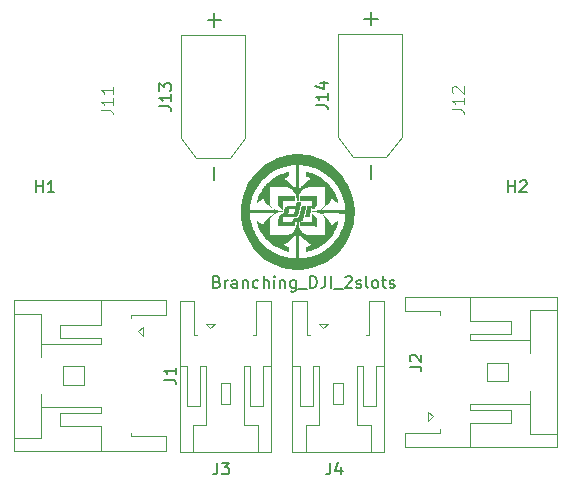
<source format=gbr>
%TF.GenerationSoftware,KiCad,Pcbnew,8.0.2*%
%TF.CreationDate,2024-06-04T11:42:55+09:00*%
%TF.ProjectId,RoboMaster branch circuit substrate,526f626f-4d61-4737-9465-72206272616e,rev?*%
%TF.SameCoordinates,Original*%
%TF.FileFunction,Legend,Top*%
%TF.FilePolarity,Positive*%
%FSLAX46Y46*%
G04 Gerber Fmt 4.6, Leading zero omitted, Abs format (unit mm)*
G04 Created by KiCad (PCBNEW 8.0.2) date 2024-06-04 11:42:55*
%MOMM*%
%LPD*%
G01*
G04 APERTURE LIST*
%ADD10C,0.150000*%
%ADD11C,0.100000*%
%ADD12C,0.120000*%
%ADD13C,0.000000*%
G04 APERTURE END LIST*
D10*
X95170112Y-73846009D02*
X95312969Y-73893628D01*
X95312969Y-73893628D02*
X95360588Y-73941247D01*
X95360588Y-73941247D02*
X95408207Y-74036485D01*
X95408207Y-74036485D02*
X95408207Y-74179342D01*
X95408207Y-74179342D02*
X95360588Y-74274580D01*
X95360588Y-74274580D02*
X95312969Y-74322200D01*
X95312969Y-74322200D02*
X95217731Y-74369819D01*
X95217731Y-74369819D02*
X94836779Y-74369819D01*
X94836779Y-74369819D02*
X94836779Y-73369819D01*
X94836779Y-73369819D02*
X95170112Y-73369819D01*
X95170112Y-73369819D02*
X95265350Y-73417438D01*
X95265350Y-73417438D02*
X95312969Y-73465057D01*
X95312969Y-73465057D02*
X95360588Y-73560295D01*
X95360588Y-73560295D02*
X95360588Y-73655533D01*
X95360588Y-73655533D02*
X95312969Y-73750771D01*
X95312969Y-73750771D02*
X95265350Y-73798390D01*
X95265350Y-73798390D02*
X95170112Y-73846009D01*
X95170112Y-73846009D02*
X94836779Y-73846009D01*
X95836779Y-74369819D02*
X95836779Y-73703152D01*
X95836779Y-73893628D02*
X95884398Y-73798390D01*
X95884398Y-73798390D02*
X95932017Y-73750771D01*
X95932017Y-73750771D02*
X96027255Y-73703152D01*
X96027255Y-73703152D02*
X96122493Y-73703152D01*
X96884398Y-74369819D02*
X96884398Y-73846009D01*
X96884398Y-73846009D02*
X96836779Y-73750771D01*
X96836779Y-73750771D02*
X96741541Y-73703152D01*
X96741541Y-73703152D02*
X96551065Y-73703152D01*
X96551065Y-73703152D02*
X96455827Y-73750771D01*
X96884398Y-74322200D02*
X96789160Y-74369819D01*
X96789160Y-74369819D02*
X96551065Y-74369819D01*
X96551065Y-74369819D02*
X96455827Y-74322200D01*
X96455827Y-74322200D02*
X96408208Y-74226961D01*
X96408208Y-74226961D02*
X96408208Y-74131723D01*
X96408208Y-74131723D02*
X96455827Y-74036485D01*
X96455827Y-74036485D02*
X96551065Y-73988866D01*
X96551065Y-73988866D02*
X96789160Y-73988866D01*
X96789160Y-73988866D02*
X96884398Y-73941247D01*
X97360589Y-73703152D02*
X97360589Y-74369819D01*
X97360589Y-73798390D02*
X97408208Y-73750771D01*
X97408208Y-73750771D02*
X97503446Y-73703152D01*
X97503446Y-73703152D02*
X97646303Y-73703152D01*
X97646303Y-73703152D02*
X97741541Y-73750771D01*
X97741541Y-73750771D02*
X97789160Y-73846009D01*
X97789160Y-73846009D02*
X97789160Y-74369819D01*
X98693922Y-74322200D02*
X98598684Y-74369819D01*
X98598684Y-74369819D02*
X98408208Y-74369819D01*
X98408208Y-74369819D02*
X98312970Y-74322200D01*
X98312970Y-74322200D02*
X98265351Y-74274580D01*
X98265351Y-74274580D02*
X98217732Y-74179342D01*
X98217732Y-74179342D02*
X98217732Y-73893628D01*
X98217732Y-73893628D02*
X98265351Y-73798390D01*
X98265351Y-73798390D02*
X98312970Y-73750771D01*
X98312970Y-73750771D02*
X98408208Y-73703152D01*
X98408208Y-73703152D02*
X98598684Y-73703152D01*
X98598684Y-73703152D02*
X98693922Y-73750771D01*
X99122494Y-74369819D02*
X99122494Y-73369819D01*
X99551065Y-74369819D02*
X99551065Y-73846009D01*
X99551065Y-73846009D02*
X99503446Y-73750771D01*
X99503446Y-73750771D02*
X99408208Y-73703152D01*
X99408208Y-73703152D02*
X99265351Y-73703152D01*
X99265351Y-73703152D02*
X99170113Y-73750771D01*
X99170113Y-73750771D02*
X99122494Y-73798390D01*
X100027256Y-74369819D02*
X100027256Y-73703152D01*
X100027256Y-73369819D02*
X99979637Y-73417438D01*
X99979637Y-73417438D02*
X100027256Y-73465057D01*
X100027256Y-73465057D02*
X100074875Y-73417438D01*
X100074875Y-73417438D02*
X100027256Y-73369819D01*
X100027256Y-73369819D02*
X100027256Y-73465057D01*
X100503446Y-73703152D02*
X100503446Y-74369819D01*
X100503446Y-73798390D02*
X100551065Y-73750771D01*
X100551065Y-73750771D02*
X100646303Y-73703152D01*
X100646303Y-73703152D02*
X100789160Y-73703152D01*
X100789160Y-73703152D02*
X100884398Y-73750771D01*
X100884398Y-73750771D02*
X100932017Y-73846009D01*
X100932017Y-73846009D02*
X100932017Y-74369819D01*
X101836779Y-73703152D02*
X101836779Y-74512676D01*
X101836779Y-74512676D02*
X101789160Y-74607914D01*
X101789160Y-74607914D02*
X101741541Y-74655533D01*
X101741541Y-74655533D02*
X101646303Y-74703152D01*
X101646303Y-74703152D02*
X101503446Y-74703152D01*
X101503446Y-74703152D02*
X101408208Y-74655533D01*
X101836779Y-74322200D02*
X101741541Y-74369819D01*
X101741541Y-74369819D02*
X101551065Y-74369819D01*
X101551065Y-74369819D02*
X101455827Y-74322200D01*
X101455827Y-74322200D02*
X101408208Y-74274580D01*
X101408208Y-74274580D02*
X101360589Y-74179342D01*
X101360589Y-74179342D02*
X101360589Y-73893628D01*
X101360589Y-73893628D02*
X101408208Y-73798390D01*
X101408208Y-73798390D02*
X101455827Y-73750771D01*
X101455827Y-73750771D02*
X101551065Y-73703152D01*
X101551065Y-73703152D02*
X101741541Y-73703152D01*
X101741541Y-73703152D02*
X101836779Y-73750771D01*
X102074875Y-74465057D02*
X102836779Y-74465057D01*
X103074875Y-74369819D02*
X103074875Y-73369819D01*
X103074875Y-73369819D02*
X103312970Y-73369819D01*
X103312970Y-73369819D02*
X103455827Y-73417438D01*
X103455827Y-73417438D02*
X103551065Y-73512676D01*
X103551065Y-73512676D02*
X103598684Y-73607914D01*
X103598684Y-73607914D02*
X103646303Y-73798390D01*
X103646303Y-73798390D02*
X103646303Y-73941247D01*
X103646303Y-73941247D02*
X103598684Y-74131723D01*
X103598684Y-74131723D02*
X103551065Y-74226961D01*
X103551065Y-74226961D02*
X103455827Y-74322200D01*
X103455827Y-74322200D02*
X103312970Y-74369819D01*
X103312970Y-74369819D02*
X103074875Y-74369819D01*
X104360589Y-73369819D02*
X104360589Y-74084104D01*
X104360589Y-74084104D02*
X104312970Y-74226961D01*
X104312970Y-74226961D02*
X104217732Y-74322200D01*
X104217732Y-74322200D02*
X104074875Y-74369819D01*
X104074875Y-74369819D02*
X103979637Y-74369819D01*
X104836780Y-74369819D02*
X104836780Y-73369819D01*
X105074875Y-74465057D02*
X105836779Y-74465057D01*
X106027256Y-73465057D02*
X106074875Y-73417438D01*
X106074875Y-73417438D02*
X106170113Y-73369819D01*
X106170113Y-73369819D02*
X106408208Y-73369819D01*
X106408208Y-73369819D02*
X106503446Y-73417438D01*
X106503446Y-73417438D02*
X106551065Y-73465057D01*
X106551065Y-73465057D02*
X106598684Y-73560295D01*
X106598684Y-73560295D02*
X106598684Y-73655533D01*
X106598684Y-73655533D02*
X106551065Y-73798390D01*
X106551065Y-73798390D02*
X105979637Y-74369819D01*
X105979637Y-74369819D02*
X106598684Y-74369819D01*
X106979637Y-74322200D02*
X107074875Y-74369819D01*
X107074875Y-74369819D02*
X107265351Y-74369819D01*
X107265351Y-74369819D02*
X107360589Y-74322200D01*
X107360589Y-74322200D02*
X107408208Y-74226961D01*
X107408208Y-74226961D02*
X107408208Y-74179342D01*
X107408208Y-74179342D02*
X107360589Y-74084104D01*
X107360589Y-74084104D02*
X107265351Y-74036485D01*
X107265351Y-74036485D02*
X107122494Y-74036485D01*
X107122494Y-74036485D02*
X107027256Y-73988866D01*
X107027256Y-73988866D02*
X106979637Y-73893628D01*
X106979637Y-73893628D02*
X106979637Y-73846009D01*
X106979637Y-73846009D02*
X107027256Y-73750771D01*
X107027256Y-73750771D02*
X107122494Y-73703152D01*
X107122494Y-73703152D02*
X107265351Y-73703152D01*
X107265351Y-73703152D02*
X107360589Y-73750771D01*
X107979637Y-74369819D02*
X107884399Y-74322200D01*
X107884399Y-74322200D02*
X107836780Y-74226961D01*
X107836780Y-74226961D02*
X107836780Y-73369819D01*
X108503447Y-74369819D02*
X108408209Y-74322200D01*
X108408209Y-74322200D02*
X108360590Y-74274580D01*
X108360590Y-74274580D02*
X108312971Y-74179342D01*
X108312971Y-74179342D02*
X108312971Y-73893628D01*
X108312971Y-73893628D02*
X108360590Y-73798390D01*
X108360590Y-73798390D02*
X108408209Y-73750771D01*
X108408209Y-73750771D02*
X108503447Y-73703152D01*
X108503447Y-73703152D02*
X108646304Y-73703152D01*
X108646304Y-73703152D02*
X108741542Y-73750771D01*
X108741542Y-73750771D02*
X108789161Y-73798390D01*
X108789161Y-73798390D02*
X108836780Y-73893628D01*
X108836780Y-73893628D02*
X108836780Y-74179342D01*
X108836780Y-74179342D02*
X108789161Y-74274580D01*
X108789161Y-74274580D02*
X108741542Y-74322200D01*
X108741542Y-74322200D02*
X108646304Y-74369819D01*
X108646304Y-74369819D02*
X108503447Y-74369819D01*
X109122495Y-73703152D02*
X109503447Y-73703152D01*
X109265352Y-73369819D02*
X109265352Y-74226961D01*
X109265352Y-74226961D02*
X109312971Y-74322200D01*
X109312971Y-74322200D02*
X109408209Y-74369819D01*
X109408209Y-74369819D02*
X109503447Y-74369819D01*
X109789162Y-74322200D02*
X109884400Y-74369819D01*
X109884400Y-74369819D02*
X110074876Y-74369819D01*
X110074876Y-74369819D02*
X110170114Y-74322200D01*
X110170114Y-74322200D02*
X110217733Y-74226961D01*
X110217733Y-74226961D02*
X110217733Y-74179342D01*
X110217733Y-74179342D02*
X110170114Y-74084104D01*
X110170114Y-74084104D02*
X110074876Y-74036485D01*
X110074876Y-74036485D02*
X109932019Y-74036485D01*
X109932019Y-74036485D02*
X109836781Y-73988866D01*
X109836781Y-73988866D02*
X109789162Y-73893628D01*
X109789162Y-73893628D02*
X109789162Y-73846009D01*
X109789162Y-73846009D02*
X109836781Y-73750771D01*
X109836781Y-73750771D02*
X109932019Y-73703152D01*
X109932019Y-73703152D02*
X110074876Y-73703152D01*
X110074876Y-73703152D02*
X110170114Y-73750771D01*
D11*
X85367419Y-59289523D02*
X86081704Y-59289523D01*
X86081704Y-59289523D02*
X86224561Y-59337142D01*
X86224561Y-59337142D02*
X86319800Y-59432380D01*
X86319800Y-59432380D02*
X86367419Y-59575237D01*
X86367419Y-59575237D02*
X86367419Y-59670475D01*
X86367419Y-58289523D02*
X86367419Y-58860951D01*
X86367419Y-58575237D02*
X85367419Y-58575237D01*
X85367419Y-58575237D02*
X85510276Y-58670475D01*
X85510276Y-58670475D02*
X85605514Y-58765713D01*
X85605514Y-58765713D02*
X85653133Y-58860951D01*
X86367419Y-57337142D02*
X86367419Y-57908570D01*
X86367419Y-57622856D02*
X85367419Y-57622856D01*
X85367419Y-57622856D02*
X85510276Y-57718094D01*
X85510276Y-57718094D02*
X85605514Y-57813332D01*
X85605514Y-57813332D02*
X85653133Y-57908570D01*
D10*
X90684819Y-82113333D02*
X91399104Y-82113333D01*
X91399104Y-82113333D02*
X91541961Y-82160952D01*
X91541961Y-82160952D02*
X91637200Y-82256190D01*
X91637200Y-82256190D02*
X91684819Y-82399047D01*
X91684819Y-82399047D02*
X91684819Y-82494285D01*
X91684819Y-81113333D02*
X91684819Y-81684761D01*
X91684819Y-81399047D02*
X90684819Y-81399047D01*
X90684819Y-81399047D02*
X90827676Y-81494285D01*
X90827676Y-81494285D02*
X90922914Y-81589523D01*
X90922914Y-81589523D02*
X90970533Y-81684761D01*
X95216666Y-89154819D02*
X95216666Y-89869104D01*
X95216666Y-89869104D02*
X95169047Y-90011961D01*
X95169047Y-90011961D02*
X95073809Y-90107200D01*
X95073809Y-90107200D02*
X94930952Y-90154819D01*
X94930952Y-90154819D02*
X94835714Y-90154819D01*
X95597619Y-89154819D02*
X96216666Y-89154819D01*
X96216666Y-89154819D02*
X95883333Y-89535771D01*
X95883333Y-89535771D02*
X96026190Y-89535771D01*
X96026190Y-89535771D02*
X96121428Y-89583390D01*
X96121428Y-89583390D02*
X96169047Y-89631009D01*
X96169047Y-89631009D02*
X96216666Y-89726247D01*
X96216666Y-89726247D02*
X96216666Y-89964342D01*
X96216666Y-89964342D02*
X96169047Y-90059580D01*
X96169047Y-90059580D02*
X96121428Y-90107200D01*
X96121428Y-90107200D02*
X96026190Y-90154819D01*
X96026190Y-90154819D02*
X95740476Y-90154819D01*
X95740476Y-90154819D02*
X95645238Y-90107200D01*
X95645238Y-90107200D02*
X95597619Y-90059580D01*
X104766666Y-89154819D02*
X104766666Y-89869104D01*
X104766666Y-89869104D02*
X104719047Y-90011961D01*
X104719047Y-90011961D02*
X104623809Y-90107200D01*
X104623809Y-90107200D02*
X104480952Y-90154819D01*
X104480952Y-90154819D02*
X104385714Y-90154819D01*
X105671428Y-89488152D02*
X105671428Y-90154819D01*
X105433333Y-89107200D02*
X105195238Y-89821485D01*
X105195238Y-89821485D02*
X105814285Y-89821485D01*
X103554819Y-58869523D02*
X104269104Y-58869523D01*
X104269104Y-58869523D02*
X104411961Y-58917142D01*
X104411961Y-58917142D02*
X104507200Y-59012380D01*
X104507200Y-59012380D02*
X104554819Y-59155237D01*
X104554819Y-59155237D02*
X104554819Y-59250475D01*
X104554819Y-57869523D02*
X104554819Y-58440951D01*
X104554819Y-58155237D02*
X103554819Y-58155237D01*
X103554819Y-58155237D02*
X103697676Y-58250475D01*
X103697676Y-58250475D02*
X103792914Y-58345713D01*
X103792914Y-58345713D02*
X103840533Y-58440951D01*
X103888152Y-57012380D02*
X104554819Y-57012380D01*
X103507200Y-57250475D02*
X104221485Y-57488570D01*
X104221485Y-57488570D02*
X104221485Y-56869523D01*
X108214700Y-52131428D02*
X108214700Y-50988571D01*
X108786128Y-51559999D02*
X107643271Y-51559999D01*
X108214700Y-65131428D02*
X108214700Y-63988571D01*
X90294819Y-58979523D02*
X91009104Y-58979523D01*
X91009104Y-58979523D02*
X91151961Y-59027142D01*
X91151961Y-59027142D02*
X91247200Y-59122380D01*
X91247200Y-59122380D02*
X91294819Y-59265237D01*
X91294819Y-59265237D02*
X91294819Y-59360475D01*
X91294819Y-57979523D02*
X91294819Y-58550951D01*
X91294819Y-58265237D02*
X90294819Y-58265237D01*
X90294819Y-58265237D02*
X90437676Y-58360475D01*
X90437676Y-58360475D02*
X90532914Y-58455713D01*
X90532914Y-58455713D02*
X90580533Y-58550951D01*
X90294819Y-57646189D02*
X90294819Y-57027142D01*
X90294819Y-57027142D02*
X90675771Y-57360475D01*
X90675771Y-57360475D02*
X90675771Y-57217618D01*
X90675771Y-57217618D02*
X90723390Y-57122380D01*
X90723390Y-57122380D02*
X90771009Y-57074761D01*
X90771009Y-57074761D02*
X90866247Y-57027142D01*
X90866247Y-57027142D02*
X91104342Y-57027142D01*
X91104342Y-57027142D02*
X91199580Y-57074761D01*
X91199580Y-57074761D02*
X91247200Y-57122380D01*
X91247200Y-57122380D02*
X91294819Y-57217618D01*
X91294819Y-57217618D02*
X91294819Y-57503332D01*
X91294819Y-57503332D02*
X91247200Y-57598570D01*
X91247200Y-57598570D02*
X91199580Y-57646189D01*
X94954700Y-52241428D02*
X94954700Y-51098571D01*
X95526128Y-51669999D02*
X94383271Y-51669999D01*
X94954700Y-65241428D02*
X94954700Y-64098571D01*
X119838095Y-66254819D02*
X119838095Y-65254819D01*
X119838095Y-65731009D02*
X120409523Y-65731009D01*
X120409523Y-66254819D02*
X120409523Y-65254819D01*
X120838095Y-65350057D02*
X120885714Y-65302438D01*
X120885714Y-65302438D02*
X120980952Y-65254819D01*
X120980952Y-65254819D02*
X121219047Y-65254819D01*
X121219047Y-65254819D02*
X121314285Y-65302438D01*
X121314285Y-65302438D02*
X121361904Y-65350057D01*
X121361904Y-65350057D02*
X121409523Y-65445295D01*
X121409523Y-65445295D02*
X121409523Y-65540533D01*
X121409523Y-65540533D02*
X121361904Y-65683390D01*
X121361904Y-65683390D02*
X120790476Y-66254819D01*
X120790476Y-66254819D02*
X121409523Y-66254819D01*
D11*
X115067419Y-59239523D02*
X115781704Y-59239523D01*
X115781704Y-59239523D02*
X115924561Y-59287142D01*
X115924561Y-59287142D02*
X116019800Y-59382380D01*
X116019800Y-59382380D02*
X116067419Y-59525237D01*
X116067419Y-59525237D02*
X116067419Y-59620475D01*
X116067419Y-58239523D02*
X116067419Y-58810951D01*
X116067419Y-58525237D02*
X115067419Y-58525237D01*
X115067419Y-58525237D02*
X115210276Y-58620475D01*
X115210276Y-58620475D02*
X115305514Y-58715713D01*
X115305514Y-58715713D02*
X115353133Y-58810951D01*
X115162657Y-57858570D02*
X115115038Y-57810951D01*
X115115038Y-57810951D02*
X115067419Y-57715713D01*
X115067419Y-57715713D02*
X115067419Y-57477618D01*
X115067419Y-57477618D02*
X115115038Y-57382380D01*
X115115038Y-57382380D02*
X115162657Y-57334761D01*
X115162657Y-57334761D02*
X115257895Y-57287142D01*
X115257895Y-57287142D02*
X115353133Y-57287142D01*
X115353133Y-57287142D02*
X115495990Y-57334761D01*
X115495990Y-57334761D02*
X116067419Y-57906189D01*
X116067419Y-57906189D02*
X116067419Y-57287142D01*
D10*
X111484819Y-81013333D02*
X112199104Y-81013333D01*
X112199104Y-81013333D02*
X112341961Y-81060952D01*
X112341961Y-81060952D02*
X112437200Y-81156190D01*
X112437200Y-81156190D02*
X112484819Y-81299047D01*
X112484819Y-81299047D02*
X112484819Y-81394285D01*
X111580057Y-80584761D02*
X111532438Y-80537142D01*
X111532438Y-80537142D02*
X111484819Y-80441904D01*
X111484819Y-80441904D02*
X111484819Y-80203809D01*
X111484819Y-80203809D02*
X111532438Y-80108571D01*
X111532438Y-80108571D02*
X111580057Y-80060952D01*
X111580057Y-80060952D02*
X111675295Y-80013333D01*
X111675295Y-80013333D02*
X111770533Y-80013333D01*
X111770533Y-80013333D02*
X111913390Y-80060952D01*
X111913390Y-80060952D02*
X112484819Y-80632380D01*
X112484819Y-80632380D02*
X112484819Y-80013333D01*
X79838095Y-66254819D02*
X79838095Y-65254819D01*
X79838095Y-65731009D02*
X80409523Y-65731009D01*
X80409523Y-66254819D02*
X80409523Y-65254819D01*
X81409523Y-66254819D02*
X80838095Y-66254819D01*
X81123809Y-66254819D02*
X81123809Y-65254819D01*
X81123809Y-65254819D02*
X81028571Y-65397676D01*
X81028571Y-65397676D02*
X80933333Y-65492914D01*
X80933333Y-65492914D02*
X80838095Y-65540533D01*
D12*
%TO.C,J1*%
X78020000Y-75420000D02*
X78020000Y-88140000D01*
X78020000Y-76530000D02*
X80320000Y-76530000D01*
X78020000Y-88140000D02*
X90840000Y-88140000D01*
X80320000Y-76530000D02*
X80320000Y-80180000D01*
X80320000Y-79080000D02*
X85330000Y-79080000D01*
X80320000Y-83380000D02*
X80320000Y-87030000D01*
X80320000Y-84480000D02*
X85330000Y-84480000D01*
X80320000Y-87030000D02*
X78020000Y-87030000D01*
X81920000Y-77480000D02*
X85330000Y-77480000D01*
X81920000Y-78580000D02*
X81920000Y-77480000D01*
X81920000Y-84980000D02*
X81920000Y-86080000D01*
X81920000Y-86080000D02*
X85330000Y-86080000D01*
X82130000Y-80980000D02*
X83930000Y-80980000D01*
X82130000Y-82580000D02*
X82130000Y-80980000D01*
X83930000Y-80980000D02*
X83930000Y-82580000D01*
X83930000Y-82580000D02*
X82130000Y-82580000D01*
X85330000Y-77480000D02*
X85330000Y-75420000D01*
X85330000Y-78580000D02*
X81920000Y-78580000D01*
X85330000Y-79080000D02*
X85330000Y-78580000D01*
X85330000Y-84480000D02*
X85330000Y-84980000D01*
X85330000Y-84980000D02*
X81920000Y-84980000D01*
X85330000Y-86080000D02*
X85330000Y-88140000D01*
X87940000Y-76640000D02*
X90840000Y-76640000D01*
X87940000Y-76920000D02*
X87940000Y-76640000D01*
X87940000Y-86920000D02*
X87940000Y-86640000D01*
X88530000Y-78030000D02*
X88930000Y-77630000D01*
X88930000Y-77630000D02*
X88930000Y-78430000D01*
X88930000Y-78430000D02*
X88530000Y-78030000D01*
X90840000Y-75420000D02*
X78020000Y-75420000D01*
X90840000Y-76640000D02*
X90840000Y-75420000D01*
X90840000Y-86920000D02*
X87940000Y-86920000D01*
X90840000Y-88140000D02*
X90840000Y-86920000D01*
%TO.C,J3*%
X92020000Y-75470000D02*
X92020000Y-88290000D01*
X92020000Y-88290000D02*
X99740000Y-88290000D01*
X92680000Y-80980000D02*
X92020000Y-80980000D01*
X92680000Y-84390000D02*
X92680000Y-80980000D01*
X93130000Y-85990000D02*
X94280000Y-85990000D01*
X93130000Y-88290000D02*
X93130000Y-85990000D01*
X93240000Y-75470000D02*
X92020000Y-75470000D01*
X93240000Y-78370000D02*
X93240000Y-75470000D01*
X93520000Y-78370000D02*
X93240000Y-78370000D01*
X93780000Y-80980000D02*
X93780000Y-84390000D01*
X93780000Y-84390000D02*
X92680000Y-84390000D01*
X94230000Y-77380000D02*
X95030000Y-77380000D01*
X94280000Y-80980000D02*
X93780000Y-80980000D01*
X94280000Y-85990000D02*
X94280000Y-80980000D01*
X94630000Y-77780000D02*
X94230000Y-77380000D01*
X95030000Y-77380000D02*
X94630000Y-77780000D01*
X95480000Y-82380000D02*
X96280000Y-82380000D01*
X95480000Y-84180000D02*
X95480000Y-82380000D01*
X96280000Y-82380000D02*
X96280000Y-84180000D01*
X96280000Y-84180000D02*
X95480000Y-84180000D01*
X97480000Y-80980000D02*
X97980000Y-80980000D01*
X97480000Y-85990000D02*
X97480000Y-80980000D01*
X97480000Y-85990000D02*
X98630000Y-85990000D01*
X97980000Y-80980000D02*
X97980000Y-84390000D01*
X97980000Y-84390000D02*
X99080000Y-84390000D01*
X98520000Y-75470000D02*
X98520000Y-78370000D01*
X98520000Y-78370000D02*
X98240000Y-78370000D01*
X98630000Y-85990000D02*
X98630000Y-88290000D01*
X99080000Y-80980000D02*
X99740000Y-80980000D01*
X99080000Y-84390000D02*
X99080000Y-80980000D01*
X99740000Y-75470000D02*
X98520000Y-75470000D01*
X99740000Y-88290000D02*
X99740000Y-75470000D01*
%TO.C,J4*%
X101570000Y-75470000D02*
X101570000Y-88290000D01*
X101570000Y-88290000D02*
X109290000Y-88290000D01*
X102230000Y-80980000D02*
X101570000Y-80980000D01*
X102230000Y-84390000D02*
X102230000Y-80980000D01*
X102680000Y-85990000D02*
X103830000Y-85990000D01*
X102680000Y-88290000D02*
X102680000Y-85990000D01*
X102790000Y-75470000D02*
X101570000Y-75470000D01*
X102790000Y-78370000D02*
X102790000Y-75470000D01*
X103070000Y-78370000D02*
X102790000Y-78370000D01*
X103330000Y-80980000D02*
X103330000Y-84390000D01*
X103330000Y-84390000D02*
X102230000Y-84390000D01*
X103780000Y-77380000D02*
X104580000Y-77380000D01*
X103830000Y-80980000D02*
X103330000Y-80980000D01*
X103830000Y-85990000D02*
X103830000Y-80980000D01*
X104180000Y-77780000D02*
X103780000Y-77380000D01*
X104580000Y-77380000D02*
X104180000Y-77780000D01*
X105030000Y-82380000D02*
X105830000Y-82380000D01*
X105030000Y-84180000D02*
X105030000Y-82380000D01*
X105830000Y-82380000D02*
X105830000Y-84180000D01*
X105830000Y-84180000D02*
X105030000Y-84180000D01*
X107030000Y-80980000D02*
X107530000Y-80980000D01*
X107030000Y-85990000D02*
X107030000Y-80980000D01*
X107030000Y-85990000D02*
X108180000Y-85990000D01*
X107530000Y-80980000D02*
X107530000Y-84390000D01*
X107530000Y-84390000D02*
X108630000Y-84390000D01*
X108070000Y-75470000D02*
X108070000Y-78370000D01*
X108070000Y-78370000D02*
X107790000Y-78370000D01*
X108180000Y-85990000D02*
X108180000Y-88290000D01*
X108630000Y-80980000D02*
X109290000Y-80980000D01*
X108630000Y-84390000D02*
X108630000Y-80980000D01*
X109290000Y-75470000D02*
X108070000Y-75470000D01*
X109290000Y-88290000D02*
X109290000Y-75470000D01*
D13*
%TO.C,G\u002A\u002A\u002A*%
G36*
X101353545Y-66590728D02*
G01*
X101460683Y-66591599D01*
X101552046Y-66592867D01*
X101624173Y-66594500D01*
X101673604Y-66596464D01*
X101690560Y-66597747D01*
X101787554Y-66608254D01*
X101787554Y-66794815D01*
X101787554Y-66981377D01*
X101283921Y-66985006D01*
X100780288Y-66988635D01*
X100780288Y-67353859D01*
X100779881Y-67451515D01*
X100778732Y-67539832D01*
X100776953Y-67615121D01*
X100774656Y-67673694D01*
X100771951Y-67711861D01*
X100769071Y-67725882D01*
X100751766Y-67723321D01*
X100717937Y-67709852D01*
X100681024Y-67691568D01*
X100575292Y-67619837D01*
X100485781Y-67528338D01*
X100415930Y-67421693D01*
X100369177Y-67304522D01*
X100358100Y-67257764D01*
X100352485Y-67211536D01*
X100348469Y-67141853D01*
X100346182Y-67052862D01*
X100345753Y-66948711D01*
X100346383Y-66884641D01*
X100350615Y-66594434D01*
X100972091Y-66590837D01*
X101105787Y-66590314D01*
X101234092Y-66590289D01*
X101353545Y-66590728D01*
G37*
G36*
X103210492Y-67488841D02*
G01*
X103204184Y-67517346D01*
X103192745Y-67567147D01*
X103177481Y-67632631D01*
X103159697Y-67708186D01*
X103146897Y-67762171D01*
X103124708Y-67856657D01*
X103101001Y-67959569D01*
X103078187Y-68060326D01*
X103058675Y-68148346D01*
X103053263Y-68173297D01*
X103013851Y-68356404D01*
X102819810Y-68356404D01*
X102749541Y-68355815D01*
X102690615Y-68354199D01*
X102648113Y-68351783D01*
X102627116Y-68348791D01*
X102625768Y-68347774D01*
X102628732Y-68332374D01*
X102637019Y-68294002D01*
X102649722Y-68236643D01*
X102665933Y-68164280D01*
X102684744Y-68080895D01*
X102705248Y-67990473D01*
X102726538Y-67896997D01*
X102747705Y-67804449D01*
X102767843Y-67716815D01*
X102786044Y-67638076D01*
X102801399Y-67572217D01*
X102813003Y-67523220D01*
X102819946Y-67495069D01*
X102820584Y-67492693D01*
X102832029Y-67451235D01*
X103025947Y-67447383D01*
X103219865Y-67443530D01*
X103210492Y-67488841D01*
G37*
G36*
X103330150Y-68089382D02*
G01*
X103420744Y-68147604D01*
X103502246Y-68226971D01*
X103569937Y-68321329D01*
X103619098Y-68424519D01*
X103638546Y-68491823D01*
X103643296Y-68528041D01*
X103647456Y-68586517D01*
X103650801Y-68661876D01*
X103653101Y-68748738D01*
X103654131Y-68841728D01*
X103654165Y-68861491D01*
X103654165Y-69157927D01*
X103284365Y-69154725D01*
X103158088Y-69153589D01*
X103016445Y-69152242D01*
X102869570Y-69150786D01*
X102727600Y-69149322D01*
X102600669Y-69147951D01*
X102567475Y-69147577D01*
X102456493Y-69146726D01*
X102370481Y-69145849D01*
X102306289Y-69143210D01*
X102260766Y-69137076D01*
X102230760Y-69125713D01*
X102213122Y-69107388D01*
X102204699Y-69080365D01*
X102202341Y-69042911D01*
X102202897Y-68993292D01*
X102203331Y-68947182D01*
X102203139Y-68812443D01*
X102724159Y-68812443D01*
X103245178Y-68812443D01*
X103248923Y-68432034D01*
X103252668Y-68051626D01*
X103330150Y-68089382D01*
G37*
G36*
X102717843Y-67496148D02*
G01*
X102707996Y-67544636D01*
X102693155Y-67612177D01*
X102674306Y-67694737D01*
X102652430Y-67788284D01*
X102628512Y-67888783D01*
X102603536Y-67992201D01*
X102578484Y-68094505D01*
X102554342Y-68191661D01*
X102532091Y-68279635D01*
X102512717Y-68354393D01*
X102497202Y-68411904D01*
X102486531Y-68448131D01*
X102483803Y-68455849D01*
X102427750Y-68567656D01*
X102359124Y-68656129D01*
X102278710Y-68720444D01*
X102196095Y-68757238D01*
X102169184Y-68761889D01*
X102121349Y-68766738D01*
X102057440Y-68771578D01*
X101982306Y-68776204D01*
X101900795Y-68780408D01*
X101817756Y-68783984D01*
X101738038Y-68786725D01*
X101666490Y-68788426D01*
X101607961Y-68788879D01*
X101567300Y-68787878D01*
X101549355Y-68785215D01*
X101548972Y-68784804D01*
X101550600Y-68769344D01*
X101557623Y-68732812D01*
X101568856Y-68681011D01*
X101580264Y-68631683D01*
X101614941Y-68485472D01*
X101789378Y-68471089D01*
X101867443Y-68463333D01*
X101932667Y-68452417D01*
X101986978Y-68435809D01*
X102032302Y-68410977D01*
X102070569Y-68375388D01*
X102103707Y-68326511D01*
X102133643Y-68261813D01*
X102162307Y-68178763D01*
X102191625Y-68074828D01*
X102223526Y-67947477D01*
X102239765Y-67879636D01*
X102262340Y-67784714D01*
X102283498Y-67696060D01*
X102302180Y-67618098D01*
X102317321Y-67555256D01*
X102327859Y-67511961D01*
X102331802Y-67496148D01*
X102345101Y-67444325D01*
X102536309Y-67444325D01*
X102727517Y-67444325D01*
X102717843Y-67496148D01*
G37*
G36*
X103654165Y-66901252D02*
G01*
X103653868Y-67007489D01*
X103652774Y-67090604D01*
X103650580Y-67155110D01*
X103646981Y-67205519D01*
X103641676Y-67246343D01*
X103634359Y-67282095D01*
X103626603Y-67310938D01*
X103578657Y-67429958D01*
X103507756Y-67534210D01*
X103438573Y-67604396D01*
X103393820Y-67640526D01*
X103345319Y-67674480D01*
X103300151Y-67701815D01*
X103265395Y-67718088D01*
X103253229Y-67720713D01*
X103251150Y-67707510D01*
X103249288Y-67670370D01*
X103247724Y-67612991D01*
X103246539Y-67539075D01*
X103245816Y-67452321D01*
X103245624Y-67375229D01*
X103245069Y-67258542D01*
X103243435Y-67164522D01*
X103240771Y-67094352D01*
X103237126Y-67049211D01*
X103232546Y-67030281D01*
X103231536Y-67029744D01*
X103219009Y-67018564D01*
X103217448Y-67009190D01*
X103214363Y-67003694D01*
X103203379Y-66999186D01*
X103181905Y-66995541D01*
X103147352Y-66992634D01*
X103097127Y-66990341D01*
X103028640Y-66988538D01*
X102939300Y-66987099D01*
X102826516Y-66985902D01*
X102713816Y-66985006D01*
X102210183Y-66981377D01*
X102210183Y-66799387D01*
X102211030Y-66730822D01*
X102213348Y-66672252D01*
X102216801Y-66629213D01*
X102221053Y-66607239D01*
X102221910Y-66605916D01*
X102237895Y-66603593D01*
X102279340Y-66601265D01*
X102343530Y-66598990D01*
X102427750Y-66596828D01*
X102529286Y-66594837D01*
X102645421Y-66593076D01*
X102773442Y-66591604D01*
X102910633Y-66590479D01*
X102943901Y-66590272D01*
X103654165Y-66586109D01*
X103654165Y-66901252D01*
G37*
G36*
X100768352Y-68058709D02*
G01*
X100772765Y-68078688D01*
X100776048Y-68115132D01*
X100778328Y-68170554D01*
X100779733Y-68247471D01*
X100780393Y-68348394D01*
X100780481Y-68401317D01*
X100780861Y-68498355D01*
X100781830Y-68587508D01*
X100783294Y-68664644D01*
X100785156Y-68725630D01*
X100787324Y-68766334D01*
X100789167Y-68781349D01*
X100797662Y-68812443D01*
X101294369Y-68812443D01*
X101791076Y-68812443D01*
X101798469Y-68850446D01*
X101802791Y-68893021D01*
X101802027Y-68922998D01*
X101799463Y-68956635D01*
X101797140Y-69004447D01*
X101796180Y-69033553D01*
X101792820Y-69079727D01*
X101786375Y-69116159D01*
X101781369Y-69129398D01*
X101774825Y-69134008D01*
X101760152Y-69137907D01*
X101735140Y-69141167D01*
X101697577Y-69143858D01*
X101645250Y-69146051D01*
X101575948Y-69147816D01*
X101487459Y-69149226D01*
X101377572Y-69150350D01*
X101244073Y-69151259D01*
X101084753Y-69152024D01*
X101073682Y-69152070D01*
X100936032Y-69152501D01*
X100806738Y-69152653D01*
X100688575Y-69152542D01*
X100584322Y-69152181D01*
X100496755Y-69151586D01*
X100428650Y-69150770D01*
X100382785Y-69149748D01*
X100361936Y-69148535D01*
X100361181Y-69148354D01*
X100355197Y-69132891D01*
X100350392Y-69094537D01*
X100346782Y-69038016D01*
X100344384Y-68968051D01*
X100343216Y-68889367D01*
X100343294Y-68806687D01*
X100344637Y-68724736D01*
X100347260Y-68648238D01*
X100351181Y-68581916D01*
X100356417Y-68530495D01*
X100358890Y-68515122D01*
X100392335Y-68404871D01*
X100448172Y-68298146D01*
X100521232Y-68204211D01*
X100546040Y-68179627D01*
X100601382Y-68133764D01*
X100659498Y-68094672D01*
X100713401Y-68066446D01*
X100756104Y-68053179D01*
X100762679Y-68052681D01*
X100768352Y-68058709D01*
G37*
G36*
X102160619Y-67099081D02*
G01*
X102220500Y-67100918D01*
X102270455Y-67104077D01*
X102304284Y-67108516D01*
X102315840Y-67113813D01*
X102312550Y-67133584D01*
X102303834Y-67172478D01*
X102291419Y-67222885D01*
X102288371Y-67234732D01*
X102277257Y-67279518D01*
X102261480Y-67345746D01*
X102242335Y-67427844D01*
X102221115Y-67520242D01*
X102199116Y-67617367D01*
X102189788Y-67658980D01*
X102154725Y-67812157D01*
X102123479Y-67940134D01*
X102095383Y-68044998D01*
X102069771Y-68128837D01*
X102045976Y-68193738D01*
X102023334Y-68241788D01*
X102001176Y-68275074D01*
X101989085Y-68287727D01*
X101951926Y-68315297D01*
X101915161Y-68334118D01*
X101909124Y-68336028D01*
X101884225Y-68338969D01*
X101835305Y-68341653D01*
X101766519Y-68344049D01*
X101682020Y-68346124D01*
X101585962Y-68347847D01*
X101482499Y-68349185D01*
X101375785Y-68350108D01*
X101269974Y-68350582D01*
X101169220Y-68350577D01*
X101077676Y-68350059D01*
X100999497Y-68348998D01*
X100938836Y-68347362D01*
X100899847Y-68345118D01*
X100890206Y-68343848D01*
X100848926Y-68333617D01*
X100821551Y-68319222D01*
X100805263Y-68295385D01*
X100797243Y-68256829D01*
X100794673Y-68198276D01*
X100794543Y-68164695D01*
X100797739Y-68080482D01*
X100808017Y-67994617D01*
X100826739Y-67897032D01*
X100836620Y-67853637D01*
X100863966Y-67745462D01*
X100890090Y-67660954D01*
X100916778Y-67596302D01*
X100945816Y-67547691D01*
X100978991Y-67511310D01*
X101006907Y-67490246D01*
X101066973Y-67451235D01*
X101408477Y-67446539D01*
X101749981Y-67441842D01*
X101735560Y-67501816D01*
X101723020Y-67553336D01*
X101710463Y-67603997D01*
X101708318Y-67612519D01*
X101695499Y-67663248D01*
X101513266Y-67667797D01*
X101443744Y-67670525D01*
X101384186Y-67674726D01*
X101340386Y-67679856D01*
X101318137Y-67685374D01*
X101317054Y-67686164D01*
X101308112Y-67705409D01*
X101295708Y-67745689D01*
X101281205Y-67800860D01*
X101265964Y-67864779D01*
X101251349Y-67931303D01*
X101238720Y-67994288D01*
X101229441Y-68047590D01*
X101224873Y-68085067D01*
X101225444Y-68099330D01*
X101247029Y-68116717D01*
X101295446Y-68128310D01*
X101369959Y-68134021D01*
X101469831Y-68133766D01*
X101507812Y-68132376D01*
X101586013Y-68127407D01*
X101638945Y-68120207D01*
X101669458Y-68110324D01*
X101675871Y-68105669D01*
X101688173Y-68082499D01*
X101705378Y-68032497D01*
X101727390Y-67956033D01*
X101754111Y-67853475D01*
X101785447Y-67725193D01*
X101821299Y-67571555D01*
X101858498Y-67406747D01*
X101877690Y-67321607D01*
X101895278Y-67245526D01*
X101910260Y-67182686D01*
X101921631Y-67137274D01*
X101928390Y-67113473D01*
X101929352Y-67111197D01*
X101945853Y-67105794D01*
X101983430Y-67101923D01*
X102035884Y-67099542D01*
X102097014Y-67098608D01*
X102160619Y-67099081D01*
G37*
G36*
X102179237Y-63045462D02*
G01*
X102317502Y-63049063D01*
X102441930Y-63055888D01*
X102559658Y-63066612D01*
X102677824Y-63081909D01*
X102803564Y-63102454D01*
X102944015Y-63128922D01*
X102970915Y-63134268D01*
X103315342Y-63217047D01*
X103650380Y-63325183D01*
X103974911Y-63457613D01*
X104287817Y-63613274D01*
X104587980Y-63791101D01*
X104874280Y-63990031D01*
X105145601Y-64209001D01*
X105400823Y-64446947D01*
X105638829Y-64702805D01*
X105858500Y-64975512D01*
X106058718Y-65264004D01*
X106238364Y-65567217D01*
X106396320Y-65884089D01*
X106531468Y-66213554D01*
X106642690Y-66554550D01*
X106669393Y-66651953D01*
X106720023Y-66856984D01*
X106759816Y-67048289D01*
X106789714Y-67233355D01*
X106810661Y-67419670D01*
X106823598Y-67614721D01*
X106829469Y-67825993D01*
X106830057Y-67928003D01*
X106827049Y-68148983D01*
X106817398Y-68350383D01*
X106800160Y-68539690D01*
X106774393Y-68724391D01*
X106739154Y-68911972D01*
X106693502Y-69109921D01*
X106669393Y-69204054D01*
X106563123Y-69553828D01*
X106431306Y-69893307D01*
X106274859Y-70221158D01*
X106094699Y-70536052D01*
X105891744Y-70836658D01*
X105666909Y-71121643D01*
X105421111Y-71389678D01*
X105155268Y-71639431D01*
X104870295Y-71869571D01*
X104796136Y-71923910D01*
X104494759Y-72123383D01*
X104179608Y-72298985D01*
X103851931Y-72450233D01*
X103512973Y-72576639D01*
X103163981Y-72677718D01*
X102806201Y-72752985D01*
X102583505Y-72786099D01*
X102518936Y-72792514D01*
X102433858Y-72798469D01*
X102333935Y-72803801D01*
X102224831Y-72808343D01*
X102112211Y-72811932D01*
X102001738Y-72814402D01*
X101899077Y-72815588D01*
X101809892Y-72815324D01*
X101739849Y-72813447D01*
X101710072Y-72811541D01*
X101378465Y-72773935D01*
X101066306Y-72720756D01*
X100768935Y-72650734D01*
X100481692Y-72562603D01*
X100199918Y-72455094D01*
X99918954Y-72326940D01*
X99906855Y-72320965D01*
X99588250Y-72147816D01*
X99285209Y-71952227D01*
X98998718Y-71735414D01*
X98729767Y-71498589D01*
X98479343Y-71242968D01*
X98248434Y-70969764D01*
X98038028Y-70680190D01*
X97849112Y-70375462D01*
X97682675Y-70056792D01*
X97539703Y-69725396D01*
X97421186Y-69382486D01*
X97370606Y-69204054D01*
X97319976Y-68999023D01*
X97280183Y-68807718D01*
X97250285Y-68622651D01*
X97229339Y-68436336D01*
X97216401Y-68241286D01*
X97211167Y-68052904D01*
X97968915Y-68052904D01*
X97973567Y-68152831D01*
X97999123Y-68454254D01*
X98046964Y-68738940D01*
X98104148Y-68964456D01*
X98122024Y-69025772D01*
X98137783Y-69081408D01*
X98149110Y-69123121D01*
X98152514Y-69136719D01*
X98164602Y-69176208D01*
X98182623Y-69222745D01*
X98187331Y-69233454D01*
X98202736Y-69269141D01*
X98224977Y-69322828D01*
X98250845Y-69386694D01*
X98272534Y-69441224D01*
X98367749Y-69656077D01*
X98483825Y-69873091D01*
X98617356Y-70087599D01*
X98764938Y-70294936D01*
X98923166Y-70490434D01*
X99088635Y-70669429D01*
X99257942Y-70827252D01*
X99323131Y-70881146D01*
X99421494Y-70958984D01*
X99511412Y-71029114D01*
X99589133Y-71088646D01*
X99650908Y-71134694D01*
X99674409Y-71151594D01*
X99713800Y-71177363D01*
X99772455Y-71213161D01*
X99844860Y-71255853D01*
X99925506Y-71302303D01*
X100008880Y-71349377D01*
X100089471Y-71393939D01*
X100161769Y-71432853D01*
X100220261Y-71462986D01*
X100231408Y-71468454D01*
X100339391Y-71516744D01*
X100467477Y-71567581D01*
X100608074Y-71618431D01*
X100753589Y-71666761D01*
X100896429Y-71710037D01*
X101029003Y-71745727D01*
X101132479Y-71769110D01*
X101202888Y-71782003D01*
X101285664Y-71795442D01*
X101376158Y-71808855D01*
X101469722Y-71821669D01*
X101561709Y-71833311D01*
X101647470Y-71843211D01*
X101722359Y-71850794D01*
X101781727Y-71855489D01*
X101820926Y-71856724D01*
X101833339Y-71855416D01*
X101836805Y-71848955D01*
X101839809Y-71830912D01*
X101842378Y-71799718D01*
X101844537Y-71753805D01*
X101846313Y-71691604D01*
X101847732Y-71611548D01*
X101848821Y-71512067D01*
X101849605Y-71391593D01*
X101850111Y-71248558D01*
X101850163Y-71214335D01*
X102133024Y-71214335D01*
X102133035Y-71345944D01*
X102133312Y-71468104D01*
X102133871Y-71578165D01*
X102134724Y-71673478D01*
X102135884Y-71751395D01*
X102137367Y-71809266D01*
X102139184Y-71844442D01*
X102140744Y-71854290D01*
X102162131Y-71863061D01*
X102201408Y-71859539D01*
X102246381Y-71852488D01*
X102285859Y-71849065D01*
X102287665Y-71849029D01*
X102321983Y-71846759D01*
X102378138Y-71841053D01*
X102450121Y-71832692D01*
X102531923Y-71822457D01*
X102617536Y-71811130D01*
X102700950Y-71799491D01*
X102776159Y-71788322D01*
X102837151Y-71778404D01*
X102853666Y-71775440D01*
X102928193Y-71759493D01*
X103021708Y-71736323D01*
X103126693Y-71708076D01*
X103235629Y-71676900D01*
X103341000Y-71644942D01*
X103435285Y-71614348D01*
X103506245Y-71589075D01*
X103647243Y-71531100D01*
X103800428Y-71460567D01*
X103957563Y-71381733D01*
X104110413Y-71298855D01*
X104250743Y-71216191D01*
X104344459Y-71155786D01*
X104545057Y-71008251D01*
X104745400Y-70838228D01*
X104940646Y-70650498D01*
X105125953Y-70449843D01*
X105296480Y-70241045D01*
X105366883Y-70146012D01*
X105487917Y-69960536D01*
X105602794Y-69751173D01*
X105710060Y-69521285D01*
X105808263Y-69274238D01*
X105895951Y-69013393D01*
X105969617Y-68750256D01*
X105982454Y-68689005D01*
X105995751Y-68607414D01*
X106008632Y-68512749D01*
X106020223Y-68412277D01*
X106029650Y-68313265D01*
X106036038Y-68222980D01*
X106037810Y-68183662D01*
X106042019Y-68059287D01*
X105013622Y-68056504D01*
X104818795Y-68056003D01*
X104650320Y-68055656D01*
X104506374Y-68055501D01*
X104385132Y-68055576D01*
X104284772Y-68055918D01*
X104203469Y-68056567D01*
X104139401Y-68057559D01*
X104090745Y-68058934D01*
X104055676Y-68060728D01*
X104032372Y-68062981D01*
X104019009Y-68065729D01*
X104013763Y-68069012D01*
X104014812Y-68072867D01*
X104020182Y-68077233D01*
X104219050Y-68220623D01*
X104399081Y-68370148D01*
X104558338Y-68523827D01*
X104694884Y-68679681D01*
X104806783Y-68835729D01*
X104871259Y-68947589D01*
X104908860Y-69020548D01*
X105024635Y-68932436D01*
X105074748Y-68895270D01*
X105134170Y-68852717D01*
X105198573Y-68807701D01*
X105263628Y-68763143D01*
X105325005Y-68721966D01*
X105378377Y-68687094D01*
X105419415Y-68661449D01*
X105443789Y-68647953D01*
X105447967Y-68646611D01*
X105455471Y-68654500D01*
X105456206Y-68679820D01*
X105449867Y-68725049D01*
X105436148Y-68792662D01*
X105422585Y-68852103D01*
X105390269Y-68981240D01*
X105357828Y-69094698D01*
X105326524Y-69188319D01*
X105302414Y-69247753D01*
X105283232Y-69290630D01*
X105259135Y-69345682D01*
X105239803Y-69390570D01*
X105190657Y-69494414D01*
X105127624Y-69610437D01*
X105055707Y-69730313D01*
X104979913Y-69845717D01*
X104905247Y-69948323D01*
X104901966Y-69952541D01*
X104847221Y-70021223D01*
X104791221Y-70088890D01*
X104737047Y-70152089D01*
X104687778Y-70207365D01*
X104646496Y-70251263D01*
X104616280Y-70280330D01*
X104600212Y-70291110D01*
X104600039Y-70291115D01*
X104583672Y-70300345D01*
X104551122Y-70325899D01*
X104506145Y-70364573D01*
X104452499Y-70413166D01*
X104409329Y-70453720D01*
X104200359Y-70637699D01*
X103983163Y-70798041D01*
X103753905Y-70937031D01*
X103508748Y-71056955D01*
X103243853Y-71160099D01*
X103196317Y-71176217D01*
X103111971Y-71203396D01*
X103025655Y-71229735D01*
X102942506Y-71253813D01*
X102867661Y-71274211D01*
X102806256Y-71289509D01*
X102763427Y-71298287D01*
X102749035Y-71299833D01*
X102745171Y-71286891D01*
X102741940Y-71251347D01*
X102739630Y-71198236D01*
X102738524Y-71132591D01*
X102738469Y-71113601D01*
X102738469Y-70927272D01*
X102812429Y-70890629D01*
X102864436Y-70863104D01*
X102923923Y-70828898D01*
X102984863Y-70791807D01*
X103041232Y-70755627D01*
X103087002Y-70724155D01*
X103116149Y-70701186D01*
X103120978Y-70696254D01*
X103131812Y-70676615D01*
X103118769Y-70661765D01*
X103113878Y-70658775D01*
X103016376Y-70599569D01*
X102927754Y-70541537D01*
X102843786Y-70481273D01*
X102760243Y-70415370D01*
X102672899Y-70340423D01*
X102577527Y-70253026D01*
X102469899Y-70149773D01*
X102413722Y-70094644D01*
X102345025Y-70027371D01*
X102282500Y-69967125D01*
X102228973Y-69916550D01*
X102187270Y-69878289D01*
X102160220Y-69854989D01*
X102151025Y-69848896D01*
X102148798Y-69862273D01*
X102146661Y-69900641D01*
X102144629Y-69961348D01*
X102142714Y-70041747D01*
X102140931Y-70139188D01*
X102139292Y-70251022D01*
X102137813Y-70374600D01*
X102136505Y-70507272D01*
X102135383Y-70646390D01*
X102134461Y-70789305D01*
X102133751Y-70933367D01*
X102133268Y-71075926D01*
X102133024Y-71214335D01*
X101850163Y-71214335D01*
X101850365Y-71081392D01*
X101850394Y-70888529D01*
X101850371Y-70838957D01*
X101849793Y-69828167D01*
X101621447Y-70058607D01*
X101498635Y-70180529D01*
X101389651Y-70284091D01*
X101290735Y-70372526D01*
X101198127Y-70449066D01*
X101108067Y-70516944D01*
X101016795Y-70579393D01*
X101012425Y-70582242D01*
X100959721Y-70617979D01*
X100917644Y-70649324D01*
X100890715Y-70672714D01*
X100883195Y-70684115D01*
X100899732Y-70704635D01*
X100936244Y-70734530D01*
X100987722Y-70770389D01*
X101049161Y-70808805D01*
X101115552Y-70846369D01*
X101141426Y-70859909D01*
X101258934Y-70919897D01*
X101259101Y-71109913D01*
X101258599Y-71178780D01*
X101257109Y-71236515D01*
X101254840Y-71278131D01*
X101252005Y-71298638D01*
X101251049Y-71299929D01*
X101225128Y-71295767D01*
X101177519Y-71284239D01*
X101113241Y-71266783D01*
X101037314Y-71244837D01*
X100954756Y-71219839D01*
X100870589Y-71193226D01*
X100816686Y-71175506D01*
X100610767Y-71098852D01*
X100410612Y-71009250D01*
X100219732Y-70908909D01*
X100041640Y-70800038D01*
X99879850Y-70684845D01*
X99737874Y-70565539D01*
X99619226Y-70444328D01*
X99581620Y-70399031D01*
X99541478Y-70349283D01*
X99512092Y-70317346D01*
X99487670Y-70298665D01*
X99462414Y-70288684D01*
X99434571Y-70283432D01*
X99410128Y-70279010D01*
X99389329Y-70271601D01*
X99368504Y-70257858D01*
X99343982Y-70234435D01*
X99312093Y-70197985D01*
X99269167Y-70145161D01*
X99232860Y-70099517D01*
X99128855Y-69966372D01*
X99041075Y-69848970D01*
X98966683Y-69742703D01*
X98902844Y-69642961D01*
X98846721Y-69545133D01*
X98795477Y-69444610D01*
X98746276Y-69336784D01*
X98708766Y-69247753D01*
X98684678Y-69183828D01*
X98659779Y-69108823D01*
X98635200Y-69027264D01*
X98612073Y-68943676D01*
X98591531Y-68862585D01*
X98574705Y-68788518D01*
X98562727Y-68725999D01*
X98556729Y-68679555D01*
X98557843Y-68653711D01*
X98559491Y-68650871D01*
X98573605Y-68655182D01*
X98606413Y-68672928D01*
X98653752Y-68701387D01*
X98711457Y-68737834D01*
X98775365Y-68779547D01*
X98841310Y-68823802D01*
X98905130Y-68867877D01*
X98962660Y-68909047D01*
X99009736Y-68944591D01*
X99015027Y-68948781D01*
X99102289Y-69018380D01*
X99164876Y-68902970D01*
X99276230Y-68725751D01*
X99415122Y-68554006D01*
X99581584Y-68387702D01*
X99775645Y-68226805D01*
X99833063Y-68184078D01*
X99894946Y-68138810D01*
X99947723Y-68099766D01*
X99987751Y-68069677D01*
X100011387Y-68051272D01*
X100016203Y-68046785D01*
X100001870Y-68046620D01*
X99961588Y-68046560D01*
X99897582Y-68046601D01*
X99812076Y-68046736D01*
X99707296Y-68046962D01*
X99585467Y-68047272D01*
X99448814Y-68047661D01*
X99299564Y-68048125D01*
X99139940Y-68048657D01*
X98990714Y-68049186D01*
X97968915Y-68052904D01*
X97211167Y-68052904D01*
X97210531Y-68030014D01*
X97209943Y-67928003D01*
X97212692Y-67726063D01*
X97959012Y-67726063D01*
X97959627Y-67752505D01*
X97960769Y-67755610D01*
X97976246Y-67757369D01*
X98017021Y-67758865D01*
X98080404Y-67760108D01*
X98163704Y-67761105D01*
X98264230Y-67761865D01*
X98379290Y-67762397D01*
X98506193Y-67762709D01*
X98642248Y-67762810D01*
X98784764Y-67762709D01*
X98931049Y-67762413D01*
X99078413Y-67761932D01*
X99224165Y-67761274D01*
X99365613Y-67760448D01*
X99500065Y-67759462D01*
X99624832Y-67758325D01*
X99737221Y-67757045D01*
X99834542Y-67755632D01*
X99914103Y-67754092D01*
X99973214Y-67752436D01*
X100009182Y-67750672D01*
X100019556Y-67749055D01*
X100009133Y-67733324D01*
X99983177Y-67710312D01*
X99973771Y-67703334D01*
X99868726Y-67627976D01*
X99782700Y-67564801D01*
X99711454Y-67510396D01*
X99650746Y-67461348D01*
X99596334Y-67414243D01*
X99543979Y-67365670D01*
X99496508Y-67319268D01*
X99401574Y-67222218D01*
X99324802Y-67137557D01*
X99262288Y-67060492D01*
X99210126Y-66986227D01*
X99167114Y-66914813D01*
X99140770Y-66869582D01*
X99118458Y-66834477D01*
X99104410Y-66816099D01*
X99103178Y-66815131D01*
X99087869Y-66820104D01*
X99055067Y-66839082D01*
X99009510Y-66869094D01*
X98955938Y-66907167D01*
X98953002Y-66909326D01*
X98891345Y-66954253D01*
X98830136Y-66998006D01*
X98777114Y-67035098D01*
X98744625Y-67057054D01*
X98692207Y-67092892D01*
X98637643Y-67132486D01*
X98613169Y-67151218D01*
X98552152Y-67199269D01*
X98561623Y-67131781D01*
X98589557Y-66982677D01*
X98632125Y-66820823D01*
X98686417Y-66654445D01*
X98749519Y-66491771D01*
X98818519Y-66341030D01*
X98883889Y-66221311D01*
X98951523Y-66113960D01*
X99028386Y-66000062D01*
X99107780Y-65889176D01*
X99143003Y-65843144D01*
X99665952Y-65843144D01*
X99670668Y-66550454D01*
X99671777Y-66715924D01*
X99672920Y-66856301D01*
X99674398Y-66974131D01*
X99676513Y-67071959D01*
X99679568Y-67152329D01*
X99683865Y-67217787D01*
X99689706Y-67270877D01*
X99697392Y-67314145D01*
X99707226Y-67350135D01*
X99719509Y-67381393D01*
X99734545Y-67410463D01*
X99752634Y-67439891D01*
X99774078Y-67472222D01*
X99781338Y-67483058D01*
X99823274Y-67537304D01*
X99873560Y-67590435D01*
X99914324Y-67625505D01*
X100019201Y-67689755D01*
X100144725Y-67744196D01*
X100284481Y-67786702D01*
X100432049Y-67815144D01*
X100512623Y-67823898D01*
X100608354Y-67831336D01*
X100679615Y-67837125D01*
X100729996Y-67842079D01*
X100763091Y-67847009D01*
X100782491Y-67852730D01*
X100791789Y-67860053D01*
X100794577Y-67869791D01*
X100794447Y-67882757D01*
X100794376Y-67887645D01*
X100793077Y-67910347D01*
X100784660Y-67922415D01*
X100762341Y-67927249D01*
X100719339Y-67928252D01*
X100713372Y-67928273D01*
X100608975Y-67933674D01*
X100490259Y-67947989D01*
X100368832Y-67969321D01*
X100256306Y-67995773D01*
X100202695Y-68011726D01*
X100061578Y-68069323D01*
X99939897Y-68142697D01*
X99839207Y-68230276D01*
X99761061Y-68330490D01*
X99707010Y-68441771D01*
X99682121Y-68537964D01*
X99678818Y-68572150D01*
X99675830Y-68631280D01*
X99673213Y-68712660D01*
X99671021Y-68813598D01*
X99669307Y-68931399D01*
X99668126Y-69063370D01*
X99667533Y-69206818D01*
X99667472Y-69265921D01*
X99667365Y-69905960D01*
X100396400Y-69901416D01*
X100558399Y-69900384D01*
X100694773Y-69899399D01*
X100808073Y-69898350D01*
X100900848Y-69897121D01*
X100975648Y-69895599D01*
X101035024Y-69893670D01*
X101081525Y-69891220D01*
X101117702Y-69888136D01*
X101146104Y-69884304D01*
X101169282Y-69879610D01*
X101189786Y-69873940D01*
X101210166Y-69867180D01*
X101217005Y-69864794D01*
X101335517Y-69816988D01*
X101436467Y-69760894D01*
X101530408Y-69690017D01*
X101590904Y-69634695D01*
X101707586Y-69505236D01*
X101798849Y-69367939D01*
X101863997Y-69224284D01*
X101902337Y-69075751D01*
X101913326Y-68947182D01*
X101914343Y-68812443D01*
X102000545Y-68812443D01*
X102086747Y-68812443D01*
X102085943Y-68940272D01*
X102089834Y-69037437D01*
X102104427Y-69125317D01*
X102132128Y-69213195D01*
X102175338Y-69310351D01*
X102188614Y-69336725D01*
X102275820Y-69480241D01*
X102380443Y-69606445D01*
X102499855Y-69713143D01*
X102631425Y-69798139D01*
X102772525Y-69859238D01*
X102837082Y-69878019D01*
X102861201Y-69882598D01*
X102895065Y-69886438D01*
X102940930Y-69889595D01*
X103001049Y-69892123D01*
X103077677Y-69894078D01*
X103173068Y-69895514D01*
X103289477Y-69896486D01*
X103429158Y-69897049D01*
X103594364Y-69897259D01*
X103625990Y-69897263D01*
X104337415Y-69897263D01*
X104341332Y-69303031D01*
X104342198Y-69134202D01*
X104342262Y-68990371D01*
X104341325Y-68868905D01*
X104339190Y-68767168D01*
X104335658Y-68682528D01*
X104330532Y-68612349D01*
X104323612Y-68553998D01*
X104314700Y-68504841D01*
X104303599Y-68462243D01*
X104290110Y-68423570D01*
X104274036Y-68386189D01*
X104272018Y-68381867D01*
X104219116Y-68295193D01*
X104145617Y-68210934D01*
X104058720Y-68136039D01*
X103965623Y-68077456D01*
X103947493Y-68068587D01*
X103831301Y-68023335D01*
X103694964Y-67985194D01*
X103545991Y-67955993D01*
X103419909Y-67940026D01*
X103245624Y-67923449D01*
X103245624Y-67885263D01*
X103247481Y-67863599D01*
X103257538Y-67851228D01*
X103282527Y-67844332D01*
X103326628Y-67839339D01*
X103456616Y-67826377D01*
X103563010Y-67814249D01*
X103650335Y-67802038D01*
X103723114Y-67788828D01*
X103785872Y-67773700D01*
X103843133Y-67755737D01*
X103899422Y-67734023D01*
X103945740Y-67713811D01*
X104030509Y-67666991D01*
X104112065Y-67606828D01*
X104181843Y-67540332D01*
X104224399Y-67485784D01*
X104245629Y-67448171D01*
X104271414Y-67396051D01*
X104296174Y-67340705D01*
X104296184Y-67340680D01*
X104336888Y-67243945D01*
X104337152Y-66539157D01*
X104337415Y-65834369D01*
X103640077Y-65835083D01*
X103471771Y-65835304D01*
X103328871Y-65835783D01*
X103208609Y-65836807D01*
X103108216Y-65838658D01*
X103024925Y-65841623D01*
X102955967Y-65845985D01*
X102898572Y-65852030D01*
X102849973Y-65860042D01*
X102807401Y-65870305D01*
X102768087Y-65883105D01*
X102729264Y-65898727D01*
X102688161Y-65917454D01*
X102646899Y-65937215D01*
X102522074Y-66011703D01*
X102405788Y-66108790D01*
X102301750Y-66223844D01*
X102213671Y-66352234D01*
X102145260Y-66489329D01*
X102103859Y-66615163D01*
X102092467Y-66682395D01*
X102085949Y-66765293D01*
X102084624Y-66852248D01*
X102088808Y-66931652D01*
X102094126Y-66971012D01*
X102104859Y-67029744D01*
X101997528Y-67029744D01*
X101943363Y-67029134D01*
X101912204Y-67026452D01*
X101898895Y-67020423D01*
X101898278Y-67009771D01*
X101899766Y-67005561D01*
X101905894Y-66979651D01*
X101912363Y-66936127D01*
X101917211Y-66890366D01*
X101915449Y-66760654D01*
X101889935Y-66624899D01*
X101842780Y-66488020D01*
X101776097Y-66354933D01*
X101691998Y-66230557D01*
X101592596Y-66119810D01*
X101581841Y-66109623D01*
X101467403Y-66012799D01*
X101355472Y-65939808D01*
X101240481Y-65888002D01*
X101116862Y-65854734D01*
X101015553Y-65840397D01*
X100966967Y-65837280D01*
X100894176Y-65834744D01*
X100801143Y-65832796D01*
X100691832Y-65831439D01*
X100570206Y-65830680D01*
X100440230Y-65830524D01*
X100305867Y-65830977D01*
X100171081Y-65832043D01*
X100039836Y-65833728D01*
X99916094Y-65836038D01*
X99811057Y-65838757D01*
X99665952Y-65843144D01*
X99143003Y-65843144D01*
X99183005Y-65790866D01*
X99201553Y-65767936D01*
X99246440Y-65710946D01*
X99288213Y-65653862D01*
X99321275Y-65604542D01*
X99336187Y-65578942D01*
X99360035Y-65540008D01*
X99383761Y-65512635D01*
X99395888Y-65505010D01*
X99427952Y-65497095D01*
X99462839Y-65489102D01*
X99493331Y-65473925D01*
X99540565Y-65438679D01*
X99603167Y-65384464D01*
X99660066Y-65331355D01*
X99769034Y-65230423D01*
X99869586Y-65145345D01*
X99970103Y-65069884D01*
X100078971Y-64997803D01*
X100204570Y-64922863D01*
X100223827Y-64911868D01*
X100384720Y-64827099D01*
X100561589Y-64745628D01*
X100745260Y-64671165D01*
X100926560Y-64607416D01*
X101096318Y-64558090D01*
X101103396Y-64556305D01*
X101166015Y-64540333D01*
X101209233Y-64531546D01*
X101236621Y-64533403D01*
X101251750Y-64549362D01*
X101258188Y-64582881D01*
X101259507Y-64637421D01*
X101259268Y-64707316D01*
X101259268Y-64886192D01*
X101176737Y-64922525D01*
X101132818Y-64944444D01*
X101080099Y-64974574D01*
X101024265Y-65009167D01*
X100971001Y-65044474D01*
X100925992Y-65076746D01*
X100894924Y-65102232D01*
X100883722Y-65115762D01*
X100893167Y-65128056D01*
X100922256Y-65150837D01*
X100966282Y-65180684D01*
X101012417Y-65209344D01*
X101088617Y-65256649D01*
X101159575Y-65304795D01*
X101229088Y-65356957D01*
X101300949Y-65416306D01*
X101378954Y-65486015D01*
X101466898Y-65569258D01*
X101568576Y-65669207D01*
X101600020Y-65700615D01*
X101687099Y-65786816D01*
X101756095Y-65852879D01*
X101806861Y-65898676D01*
X101839251Y-65924073D01*
X101853119Y-65928940D01*
X101853598Y-65927863D01*
X101854277Y-65910631D01*
X101854820Y-65868035D01*
X101855226Y-65802350D01*
X101855494Y-65715848D01*
X101855621Y-65610806D01*
X101855607Y-65489497D01*
X101855449Y-65354195D01*
X101855283Y-65273415D01*
X102134744Y-65273415D01*
X102135050Y-65417810D01*
X102135652Y-65549528D01*
X102136529Y-65666388D01*
X102137660Y-65766213D01*
X102139028Y-65846824D01*
X102140612Y-65906043D01*
X102142392Y-65941690D01*
X102144078Y-65951834D01*
X102157807Y-65942237D01*
X102186234Y-65916114D01*
X102225191Y-65877471D01*
X102269942Y-65830914D01*
X102329694Y-65768723D01*
X102399760Y-65697870D01*
X102475197Y-65623162D01*
X102551061Y-65549405D01*
X102622409Y-65481407D01*
X102684297Y-65423974D01*
X102731425Y-65382216D01*
X102778300Y-65345669D01*
X102841533Y-65300761D01*
X102913040Y-65252879D01*
X102984736Y-65207407D01*
X103048538Y-65169731D01*
X103059223Y-65163832D01*
X103093111Y-65142194D01*
X103112518Y-65123480D01*
X103114483Y-65116528D01*
X103099570Y-65099432D01*
X103065298Y-65071828D01*
X103016644Y-65037137D01*
X102958586Y-64998781D01*
X102896100Y-64960179D01*
X102840604Y-64928283D01*
X102738469Y-64871987D01*
X102738469Y-64700213D01*
X102739250Y-64623831D01*
X102741808Y-64571927D01*
X102746461Y-64541379D01*
X102753531Y-64529064D01*
X102756079Y-64528457D01*
X102788568Y-64532616D01*
X102842148Y-64544032D01*
X102911199Y-64561176D01*
X102990097Y-64582519D01*
X103073220Y-64606530D01*
X103154948Y-64631679D01*
X103229658Y-64656437D01*
X103240976Y-64660398D01*
X103400871Y-64723185D01*
X103571530Y-64801451D01*
X103745310Y-64891039D01*
X103914569Y-64987793D01*
X104071663Y-65087555D01*
X104208949Y-65186170D01*
X104211899Y-65188459D01*
X104251488Y-65220913D01*
X104303961Y-65266259D01*
X104362026Y-65318100D01*
X104410456Y-65362613D01*
X104462606Y-65409664D01*
X104510855Y-65450264D01*
X104549834Y-65480079D01*
X104574175Y-65494776D01*
X104574191Y-65494782D01*
X104604275Y-65514822D01*
X104636061Y-65548833D01*
X104646406Y-65563435D01*
X104675656Y-65604380D01*
X104714393Y-65652932D01*
X104743616Y-65686680D01*
X104892836Y-65867789D01*
X105030589Y-66067265D01*
X105153794Y-66279375D01*
X105259370Y-66498388D01*
X105344236Y-66718571D01*
X105398523Y-66905370D01*
X105422520Y-67006410D01*
X105439235Y-67082932D01*
X105448979Y-67137034D01*
X105452059Y-67170815D01*
X105448785Y-67186375D01*
X105439870Y-67186067D01*
X105430124Y-67179556D01*
X105411479Y-67166445D01*
X105381982Y-67145319D01*
X105339682Y-67114765D01*
X105282627Y-67073369D01*
X105208864Y-67019718D01*
X105116442Y-66952399D01*
X105003407Y-66869996D01*
X105001660Y-66868722D01*
X104959769Y-66839344D01*
X104926182Y-66817937D01*
X104907570Y-66808723D01*
X104906771Y-66808635D01*
X104894536Y-66820041D01*
X104874683Y-66849879D01*
X104852528Y-66889774D01*
X104790526Y-66992560D01*
X104706868Y-67104063D01*
X104605052Y-67220546D01*
X104488572Y-67338271D01*
X104360927Y-67453499D01*
X104225612Y-67562493D01*
X104217670Y-67568494D01*
X104157271Y-67614219D01*
X104100361Y-67657761D01*
X104053121Y-67694361D01*
X104021729Y-67719263D01*
X104020443Y-67720315D01*
X103971137Y-67760782D01*
X105011157Y-67761476D01*
X106051178Y-67762171D01*
X106041837Y-67634342D01*
X106035893Y-67568286D01*
X106027073Y-67489596D01*
X106016236Y-67404241D01*
X106004241Y-67318192D01*
X105991947Y-67237421D01*
X105980212Y-67167897D01*
X105969895Y-67115592D01*
X105963822Y-67091932D01*
X105954964Y-67062175D01*
X105940922Y-67012849D01*
X105923713Y-66951106D01*
X105907376Y-66891551D01*
X105885152Y-66814833D01*
X105865618Y-66759858D01*
X105846476Y-66721165D01*
X105825429Y-66693295D01*
X105822758Y-66690512D01*
X105793278Y-66653200D01*
X105781658Y-66621905D01*
X105789475Y-66601867D01*
X105795198Y-66599041D01*
X105800749Y-66583403D01*
X105794235Y-66546643D01*
X105777023Y-66491935D01*
X105750478Y-66422453D01*
X105715967Y-66341371D01*
X105674857Y-66251863D01*
X105628514Y-66157103D01*
X105578304Y-66060265D01*
X105525594Y-65964523D01*
X105511323Y-65939639D01*
X105410630Y-65775409D01*
X105303641Y-65621175D01*
X105186215Y-65471824D01*
X105054211Y-65322240D01*
X104903486Y-65167310D01*
X104821783Y-65088123D01*
X104661166Y-64940122D01*
X104510780Y-64812609D01*
X104366398Y-64702350D01*
X104223789Y-64606114D01*
X104081395Y-64522135D01*
X104048351Y-64503687D01*
X104001707Y-64477346D01*
X103957049Y-64451942D01*
X103824819Y-64382231D01*
X103673781Y-64312424D01*
X103511127Y-64245209D01*
X103344045Y-64183273D01*
X103179724Y-64129304D01*
X103025355Y-64085990D01*
X102907521Y-64059593D01*
X102833771Y-64045799D01*
X102754182Y-64031390D01*
X102676331Y-64017689D01*
X102607792Y-64006023D01*
X102556142Y-63997716D01*
X102541242Y-63995538D01*
X102501617Y-63989289D01*
X102472155Y-63983315D01*
X102470804Y-63982957D01*
X102448700Y-63979808D01*
X102405192Y-63975756D01*
X102347008Y-63971370D01*
X102293921Y-63967975D01*
X102138170Y-63958779D01*
X102135092Y-64955306D01*
X102134751Y-65118521D01*
X102134744Y-65273415D01*
X101855283Y-65273415D01*
X101855146Y-65207174D01*
X101854697Y-65050710D01*
X101854283Y-64933687D01*
X101850574Y-63961845D01*
X101776801Y-63962461D01*
X101717937Y-63965091D01*
X101639063Y-63971612D01*
X101547917Y-63981124D01*
X101452239Y-63992728D01*
X101359767Y-64005525D01*
X101278240Y-64018617D01*
X101252224Y-64023389D01*
X100927890Y-64097607D01*
X100619961Y-64193189D01*
X100325509Y-64311394D01*
X100041605Y-64453480D01*
X99765322Y-64620705D01*
X99605282Y-64731252D01*
X99547804Y-64772836D01*
X99490149Y-64814638D01*
X99441886Y-64849719D01*
X99427642Y-64860104D01*
X99339356Y-64930603D01*
X99240077Y-65020307D01*
X99133738Y-65124978D01*
X99024271Y-65240377D01*
X98915610Y-65362269D01*
X98811689Y-65486414D01*
X98716440Y-65608577D01*
X98657993Y-65689266D01*
X98599331Y-65778012D01*
X98535153Y-65883309D01*
X98468805Y-65998948D01*
X98403634Y-66118723D01*
X98342984Y-66236426D01*
X98290201Y-66345852D01*
X98248632Y-66440792D01*
X98237120Y-66470060D01*
X98162851Y-66675882D01*
X98102795Y-66863900D01*
X98055567Y-67039328D01*
X98019783Y-67207379D01*
X97994058Y-67373266D01*
X97991260Y-67395958D01*
X97978347Y-67507945D01*
X97968549Y-67601688D01*
X97962045Y-67675092D01*
X97959012Y-67726063D01*
X97212692Y-67726063D01*
X97212951Y-67707023D01*
X97222602Y-67505623D01*
X97239840Y-67316317D01*
X97265607Y-67131616D01*
X97300845Y-66944035D01*
X97346498Y-66746086D01*
X97370606Y-66651953D01*
X97474928Y-66307919D01*
X97603490Y-65975118D01*
X97755172Y-65654613D01*
X97928858Y-65347468D01*
X98123428Y-65054747D01*
X98337764Y-64777513D01*
X98570749Y-64516830D01*
X98821263Y-64273761D01*
X99088189Y-64049371D01*
X99370408Y-63844722D01*
X99666802Y-63660878D01*
X99976252Y-63498903D01*
X100297641Y-63359861D01*
X100629850Y-63244815D01*
X100971760Y-63154829D01*
X101069085Y-63134268D01*
X101212879Y-63106684D01*
X101340700Y-63085140D01*
X101459686Y-63068964D01*
X101576972Y-63057481D01*
X101699696Y-63050016D01*
X101834995Y-63045894D01*
X101990005Y-63044442D01*
X102020000Y-63044412D01*
X102179237Y-63045462D01*
G37*
D12*
%TO.C,J14*%
X105390000Y-52850000D02*
X110810000Y-52850000D01*
X105390000Y-61570000D02*
X105390000Y-52850000D01*
X106690000Y-63270000D02*
X105390000Y-61570000D01*
X106690000Y-63270000D02*
X109510000Y-63270000D01*
X109510000Y-63270000D02*
X110810000Y-61570000D01*
X110810000Y-61570000D02*
X110810000Y-52850000D01*
%TO.C,J13*%
X92130000Y-52960000D02*
X97550000Y-52960000D01*
X92130000Y-61680000D02*
X92130000Y-52960000D01*
X93430000Y-63380000D02*
X92130000Y-61680000D01*
X93430000Y-63380000D02*
X96250000Y-63380000D01*
X96250000Y-63380000D02*
X97550000Y-61680000D01*
X97550000Y-61680000D02*
X97550000Y-52960000D01*
%TO.C,J2*%
X111120000Y-75120000D02*
X111120000Y-76340000D01*
X111120000Y-76340000D02*
X114020000Y-76340000D01*
X111120000Y-86620000D02*
X111120000Y-87840000D01*
X111120000Y-87840000D02*
X123940000Y-87840000D01*
X113030000Y-84830000D02*
X113430000Y-85230000D01*
X113030000Y-85630000D02*
X113030000Y-84830000D01*
X113430000Y-85230000D02*
X113030000Y-85630000D01*
X114020000Y-76340000D02*
X114020000Y-76620000D01*
X114020000Y-86340000D02*
X114020000Y-86620000D01*
X114020000Y-86620000D02*
X111120000Y-86620000D01*
X116630000Y-77180000D02*
X116630000Y-75120000D01*
X116630000Y-78280000D02*
X120040000Y-78280000D01*
X116630000Y-78780000D02*
X116630000Y-78280000D01*
X116630000Y-84180000D02*
X116630000Y-84680000D01*
X116630000Y-84680000D02*
X120040000Y-84680000D01*
X116630000Y-85780000D02*
X116630000Y-87840000D01*
X118030000Y-80680000D02*
X119830000Y-80680000D01*
X118030000Y-82280000D02*
X118030000Y-80680000D01*
X119830000Y-80680000D02*
X119830000Y-82280000D01*
X119830000Y-82280000D02*
X118030000Y-82280000D01*
X120040000Y-77180000D02*
X116630000Y-77180000D01*
X120040000Y-78280000D02*
X120040000Y-77180000D01*
X120040000Y-84680000D02*
X120040000Y-85780000D01*
X120040000Y-85780000D02*
X116630000Y-85780000D01*
X121640000Y-76230000D02*
X123940000Y-76230000D01*
X121640000Y-78780000D02*
X116630000Y-78780000D01*
X121640000Y-79880000D02*
X121640000Y-76230000D01*
X121640000Y-84180000D02*
X116630000Y-84180000D01*
X121640000Y-86730000D02*
X121640000Y-83080000D01*
X123940000Y-75120000D02*
X111120000Y-75120000D01*
X123940000Y-86730000D02*
X121640000Y-86730000D01*
X123940000Y-87840000D02*
X123940000Y-75120000D01*
%TD*%
M02*

</source>
